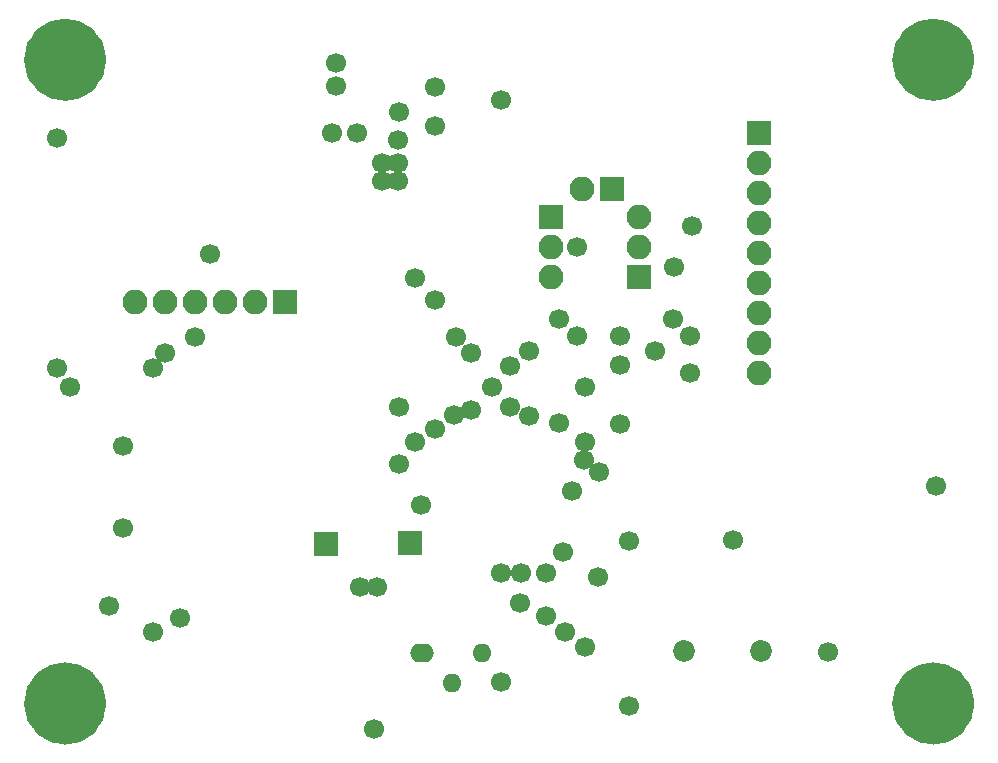
<source format=gbr>
G04 #@! TF.GenerationSoftware,KiCad,Pcbnew,(2017-02-22 revision 4c83b0a94)-master*
G04 #@! TF.CreationDate,2017-05-08T15:43:26+03:00*
G04 #@! TF.ProjectId,T-AIM,542D41494D2E6B696361645F70636200,rev?*
G04 #@! TF.FileFunction,Soldermask,Bot*
G04 #@! TF.FilePolarity,Negative*
%FSLAX46Y46*%
G04 Gerber Fmt 4.6, Leading zero omitted, Abs format (unit mm)*
G04 Created by KiCad (PCBNEW (2017-02-22 revision 4c83b0a94)-master) date Mon May  8 15:43:26 2017*
%MOMM*%
%LPD*%
G01*
G04 APERTURE LIST*
%ADD10C,0.100000*%
%ADD11C,3.000000*%
%ADD12C,3.400000*%
%ADD13O,1.600000X1.600000*%
%ADD14O,2.000000X1.600000*%
%ADD15R,2.100000X2.100000*%
%ADD16O,2.100000X2.100000*%
%ADD17C,1.850000*%
%ADD18C,1.700000*%
G04 APERTURE END LIST*
D10*
D11*
X202843986Y-113843828D02*
G75*
G03X202843986Y-113843828I-2000000J0D01*
G01*
X129343986Y-113843828D02*
G75*
G03X129343986Y-113843828I-2000000J0D01*
G01*
X129343986Y-59343828D02*
G75*
G03X129343986Y-59343828I-2000000J0D01*
G01*
X202843986Y-59343828D02*
G75*
G03X202843986Y-59343828I-2000000J0D01*
G01*
D12*
X200843986Y-113843828D03*
X127343986Y-113843828D03*
X127343986Y-59343828D03*
X200843986Y-59343828D03*
D13*
X162615000Y-109610000D03*
X160075000Y-112150000D03*
D14*
X157535000Y-109610000D03*
D15*
X156525000Y-100275000D03*
X168450000Y-72685000D03*
D16*
X168450000Y-75225000D03*
X168450000Y-77765000D03*
D17*
X179723986Y-109413828D03*
X186223986Y-109413828D03*
D16*
X175950000Y-72660000D03*
X175950000Y-75200000D03*
D15*
X175950000Y-77740000D03*
D16*
X186100000Y-85825000D03*
X186100000Y-83285000D03*
X186100000Y-80745000D03*
X186100000Y-78205000D03*
X186100000Y-75665000D03*
X186100000Y-73125000D03*
X186100000Y-70585000D03*
X186100000Y-68045000D03*
D15*
X186100000Y-65505000D03*
D16*
X133245000Y-79875000D03*
X135785000Y-79875000D03*
X138325000Y-79875000D03*
X140865000Y-79875000D03*
X143405000Y-79875000D03*
D15*
X145945000Y-79875000D03*
X149425000Y-100300000D03*
D16*
X171075000Y-70300000D03*
D15*
X173615000Y-70300000D03*
D18*
X153725000Y-103975000D03*
X152275000Y-104000000D03*
X170249990Y-95825002D03*
X175075000Y-114050000D03*
X183900000Y-100025006D03*
X164250000Y-62750000D03*
X180450000Y-73450000D03*
X150275000Y-61525000D03*
X152050000Y-65575000D03*
X149900000Y-65575000D03*
X153475000Y-115975000D03*
X139650000Y-75750000D03*
X175100000Y-100050000D03*
X132250000Y-99000000D03*
X150268986Y-59593828D03*
X191900000Y-109500000D03*
X132275000Y-92025000D03*
X201100000Y-95400000D03*
X157500000Y-97000000D03*
X154150000Y-69600000D03*
X154150000Y-68050004D03*
X155500000Y-69600000D03*
X155500000Y-68050000D03*
X170700000Y-75200000D03*
X174325002Y-90200000D03*
X165000000Y-85275000D03*
X165000000Y-88775000D03*
X174324999Y-82700000D03*
X174325000Y-85200000D03*
X180250000Y-82700000D03*
X180250000Y-85850000D03*
X170675000Y-82750000D03*
X158650000Y-64975000D03*
X158650000Y-61675000D03*
X155650000Y-88750000D03*
X155650000Y-93550000D03*
X169150000Y-81250000D03*
X178875000Y-76875000D03*
X178850000Y-81250000D03*
X169150000Y-90100000D03*
X138325000Y-82800000D03*
X160250000Y-89450000D03*
X160400000Y-82800002D03*
X135774996Y-84175000D03*
X161750000Y-84200000D03*
X161750000Y-89000000D03*
X166625000Y-84000000D03*
X177250000Y-84025000D03*
X166625000Y-89525000D03*
X164275000Y-102825000D03*
X164243986Y-112043828D03*
X156950000Y-77800000D03*
X156950000Y-91675000D03*
X158675000Y-79675000D03*
X158625000Y-90625000D03*
X155600000Y-63725000D03*
X155568986Y-66168828D03*
X171325002Y-109050000D03*
X171275000Y-93250000D03*
X172500000Y-103175000D03*
X172525000Y-94225000D03*
X165925000Y-102824998D03*
X165875000Y-105325000D03*
X131100000Y-105600000D03*
X168050000Y-102800002D03*
X168050000Y-106475000D03*
X137112689Y-106625010D03*
X134800000Y-85425000D03*
X126650000Y-85450000D03*
X134750000Y-107775000D03*
X169699998Y-107800000D03*
X169525000Y-101000000D03*
X126675000Y-65975000D03*
X127746824Y-87064577D03*
X171356466Y-91702131D03*
X171375000Y-87075000D03*
X163449998Y-87075000D03*
M02*

</source>
